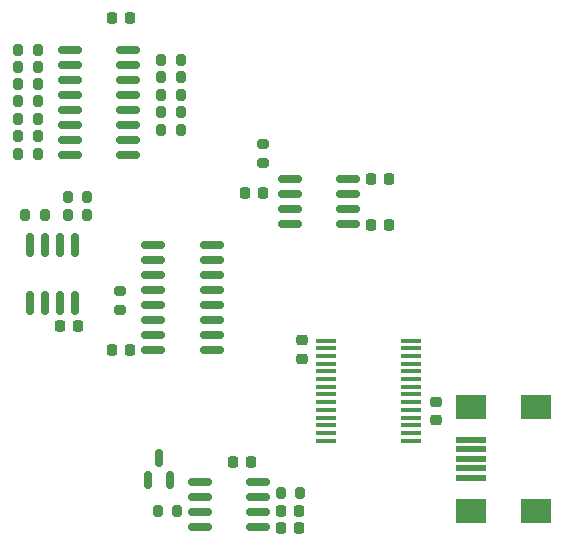
<source format=gbr>
%TF.GenerationSoftware,KiCad,Pcbnew,9.0.0*%
%TF.CreationDate,2025-05-12T20:37:00-03:00*%
%TF.ProjectId,kicad proyecto,6b696361-6420-4707-926f-796563746f2e,rev?*%
%TF.SameCoordinates,Original*%
%TF.FileFunction,Paste,Top*%
%TF.FilePolarity,Positive*%
%FSLAX46Y46*%
G04 Gerber Fmt 4.6, Leading zero omitted, Abs format (unit mm)*
G04 Created by KiCad (PCBNEW 9.0.0) date 2025-05-12 20:37:00*
%MOMM*%
%LPD*%
G01*
G04 APERTURE LIST*
G04 Aperture macros list*
%AMRoundRect*
0 Rectangle with rounded corners*
0 $1 Rounding radius*
0 $2 $3 $4 $5 $6 $7 $8 $9 X,Y pos of 4 corners*
0 Add a 4 corners polygon primitive as box body*
4,1,4,$2,$3,$4,$5,$6,$7,$8,$9,$2,$3,0*
0 Add four circle primitives for the rounded corners*
1,1,$1+$1,$2,$3*
1,1,$1+$1,$4,$5*
1,1,$1+$1,$6,$7*
1,1,$1+$1,$8,$9*
0 Add four rect primitives between the rounded corners*
20,1,$1+$1,$2,$3,$4,$5,0*
20,1,$1+$1,$4,$5,$6,$7,0*
20,1,$1+$1,$6,$7,$8,$9,0*
20,1,$1+$1,$8,$9,$2,$3,0*%
G04 Aperture macros list end*
%ADD10RoundRect,0.225000X-0.225000X-0.250000X0.225000X-0.250000X0.225000X0.250000X-0.225000X0.250000X0*%
%ADD11RoundRect,0.200000X0.200000X0.275000X-0.200000X0.275000X-0.200000X-0.275000X0.200000X-0.275000X0*%
%ADD12RoundRect,0.150000X0.825000X0.150000X-0.825000X0.150000X-0.825000X-0.150000X0.825000X-0.150000X0*%
%ADD13RoundRect,0.225000X0.225000X0.250000X-0.225000X0.250000X-0.225000X-0.250000X0.225000X-0.250000X0*%
%ADD14RoundRect,0.200000X-0.200000X-0.275000X0.200000X-0.275000X0.200000X0.275000X-0.200000X0.275000X0*%
%ADD15R,1.750000X0.450000*%
%ADD16RoundRect,0.200000X-0.275000X0.200000X-0.275000X-0.200000X0.275000X-0.200000X0.275000X0.200000X0*%
%ADD17RoundRect,0.150000X0.150000X-0.587500X0.150000X0.587500X-0.150000X0.587500X-0.150000X-0.587500X0*%
%ADD18RoundRect,0.225000X0.250000X-0.225000X0.250000X0.225000X-0.250000X0.225000X-0.250000X-0.225000X0*%
%ADD19RoundRect,0.150000X-0.825000X-0.150000X0.825000X-0.150000X0.825000X0.150000X-0.825000X0.150000X0*%
%ADD20R,2.500000X0.500000*%
%ADD21R,2.500000X2.000000*%
%ADD22RoundRect,0.200000X0.275000X-0.200000X0.275000X0.200000X-0.275000X0.200000X-0.275000X-0.200000X0*%
%ADD23RoundRect,0.225000X-0.250000X0.225000X-0.250000X-0.225000X0.250000X-0.225000X0.250000X0.225000X0*%
%ADD24RoundRect,0.150000X-0.150000X0.825000X-0.150000X-0.825000X0.150000X-0.825000X0.150000X0.825000X0*%
G04 APERTURE END LIST*
D10*
%TO.C,C11*%
X152717200Y-94437206D03*
X154267200Y-94437194D03*
%TD*%
D11*
%TO.C,R16*%
X150837400Y-71018400D03*
X149187400Y-71018400D03*
%TD*%
%TO.C,R6*%
X150817400Y-79844000D03*
X149167400Y-79844000D03*
%TD*%
D10*
%TO.C,C5*%
X179056995Y-85851995D03*
X180607005Y-85852005D03*
%TD*%
D12*
%TO.C,U5*%
X165562500Y-96445000D03*
X165562500Y-95175000D03*
X165562500Y-93905000D03*
X165562500Y-92635000D03*
X165562500Y-91365000D03*
X165562500Y-90095000D03*
X165562500Y-88825000D03*
X165562500Y-87555000D03*
X160612500Y-87555000D03*
X160612500Y-88825000D03*
X160612500Y-90095000D03*
X160612500Y-91365000D03*
X160612500Y-92635000D03*
X160612500Y-93905000D03*
X160612500Y-95175000D03*
X160612500Y-96445000D03*
%TD*%
D13*
%TO.C,C10*%
X158661401Y-68376795D03*
X157111399Y-68376805D03*
%TD*%
D14*
%TO.C,R12*%
X161290000Y-73380600D03*
X162940000Y-73380600D03*
%TD*%
D15*
%TO.C,U3*%
X175190601Y-95673200D03*
X175190600Y-96323200D03*
X175190601Y-96973200D03*
X175190600Y-97623200D03*
X175190601Y-98273200D03*
X175190601Y-98923200D03*
X175190601Y-99573200D03*
X175190601Y-100223200D03*
X175190601Y-100873200D03*
X175190601Y-101523200D03*
X175190600Y-102173200D03*
X175190601Y-102823200D03*
X175190600Y-103473200D03*
X175190600Y-104123199D03*
X182390599Y-104123200D03*
X182390600Y-103473200D03*
X182390599Y-102823200D03*
X182390600Y-102173200D03*
X182390599Y-101523200D03*
X182390599Y-100873200D03*
X182390599Y-100223200D03*
X182390599Y-99573200D03*
X182390599Y-98923200D03*
X182390599Y-98273200D03*
X182390600Y-97623200D03*
X182390599Y-96973200D03*
X182390600Y-96323200D03*
X182390600Y-95673201D03*
%TD*%
D11*
%TO.C,R17*%
X151412500Y-85000000D03*
X149762500Y-85000000D03*
%TD*%
%TO.C,R7*%
X150822400Y-78335400D03*
X149172400Y-78335400D03*
%TD*%
D13*
%TO.C,C1*%
X168923000Y-105943400D03*
X167373000Y-105943400D03*
%TD*%
D16*
%TO.C,R1*%
X169926000Y-79007199D03*
X169926000Y-80657201D03*
%TD*%
D10*
%TO.C,C6*%
X171437000Y-111556800D03*
X172987000Y-111556800D03*
%TD*%
D14*
%TO.C,R8*%
X161276800Y-76327000D03*
X162926800Y-76327000D03*
%TD*%
D11*
%TO.C,R15*%
X150832400Y-72494000D03*
X149182400Y-72494000D03*
%TD*%
%TO.C,R11*%
X150832400Y-75414200D03*
X149182400Y-75414200D03*
%TD*%
D17*
%TO.C,Q1*%
X160136800Y-107465100D03*
X162036800Y-107465100D03*
X161086800Y-105590100D03*
%TD*%
D18*
%TO.C,C7*%
X173228000Y-97193400D03*
X173228000Y-95643400D03*
%TD*%
D19*
%TO.C,U2*%
X164525000Y-107595000D03*
X164525000Y-108865000D03*
X164525000Y-110135000D03*
X164525000Y-111405000D03*
X169475000Y-111405000D03*
X169475000Y-110135000D03*
X169475000Y-108865000D03*
X169475000Y-107595000D03*
%TD*%
D20*
%TO.C,J1*%
X187510000Y-107264000D03*
X187510000Y-106464000D03*
X187510000Y-105664000D03*
X187510000Y-104864000D03*
X187510000Y-104064000D03*
D21*
X187510000Y-110064000D03*
X193010000Y-110064000D03*
X187510000Y-101264000D03*
X193010000Y-101264000D03*
%TD*%
D22*
%TO.C,R5*%
X157750000Y-93075001D03*
X157750000Y-91424999D03*
%TD*%
D14*
%TO.C,R10*%
X161276800Y-74853800D03*
X162926800Y-74853800D03*
%TD*%
D11*
%TO.C,R18*%
X154998750Y-84994531D03*
X153348750Y-84994531D03*
%TD*%
%TO.C,R9*%
X150827400Y-76884200D03*
X149177400Y-76884200D03*
%TD*%
D19*
%TO.C,U1*%
X172150000Y-82016600D03*
X172150000Y-83286600D03*
X172150000Y-84556600D03*
X172150000Y-85826600D03*
X177100000Y-85826600D03*
X177100000Y-84556600D03*
X177100000Y-83286600D03*
X177100000Y-82016600D03*
%TD*%
D14*
%TO.C,R3*%
X171387000Y-108585000D03*
X173037000Y-108585000D03*
%TD*%
D23*
%TO.C,C8*%
X184505602Y-100850391D03*
X184505598Y-102400409D03*
%TD*%
D19*
%TO.C,U6*%
X153525000Y-71055000D03*
X153525000Y-72325000D03*
X153525000Y-73595000D03*
X153525000Y-74865000D03*
X153525000Y-76135000D03*
X153525000Y-77405000D03*
X153525000Y-78675000D03*
X153525000Y-79945000D03*
X158475000Y-79945000D03*
X158475000Y-78675000D03*
X158475000Y-77405000D03*
X158475000Y-76135000D03*
X158475000Y-74865000D03*
X158475000Y-73595000D03*
X158475000Y-72325000D03*
X158475000Y-71055000D03*
%TD*%
D14*
%TO.C,R4*%
X161276800Y-77815600D03*
X162926800Y-77815600D03*
%TD*%
D24*
%TO.C,U4*%
X153992500Y-87525000D03*
X152722500Y-87525000D03*
X151452500Y-87525000D03*
X150182500Y-87525000D03*
X150182500Y-92475000D03*
X151452500Y-92475000D03*
X152722500Y-92475000D03*
X153992500Y-92475000D03*
%TD*%
D13*
%TO.C,C4*%
X169888206Y-83185004D03*
X168338194Y-83184996D03*
%TD*%
D14*
%TO.C,R14*%
X161277800Y-71907400D03*
X162927800Y-71907400D03*
%TD*%
D10*
%TO.C,C2*%
X171437000Y-110083600D03*
X172987000Y-110083600D03*
%TD*%
D13*
%TO.C,C9*%
X158673800Y-96443800D03*
X157123800Y-96443802D03*
%TD*%
D11*
%TO.C,R13*%
X150832400Y-73950800D03*
X149182400Y-73950800D03*
%TD*%
D10*
%TO.C,C3*%
X179031600Y-82016600D03*
X180581600Y-82016600D03*
%TD*%
D14*
%TO.C,R19*%
X153353000Y-83464400D03*
X155003000Y-83464400D03*
%TD*%
D11*
%TO.C,R2*%
X162623000Y-110083600D03*
X160973000Y-110083600D03*
%TD*%
M02*

</source>
